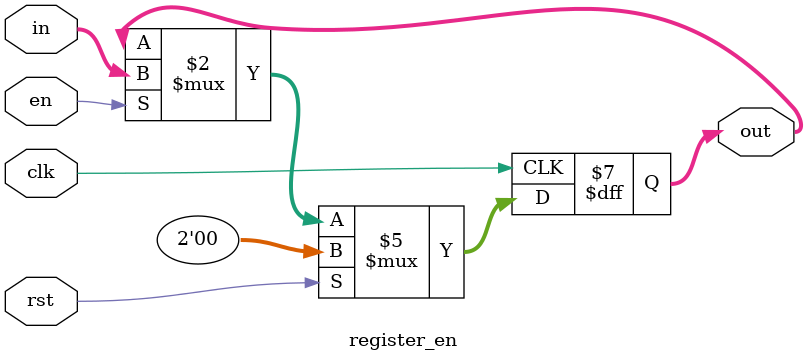
<source format=v>
module register_en #(parameter width = 0)
                 (input clk, rst, en,
                  input  [width-1 : 0] in,
                  output reg [width-1 : 0] out
                 );
                 
                 always@(posedge clk)
                 begin
                     if(rst)
                         out <= 0;
                     else
                     begin
                         if(en) out <= in;
                         //else   out <= out;
                     end
                 end
endmodule
</source>
